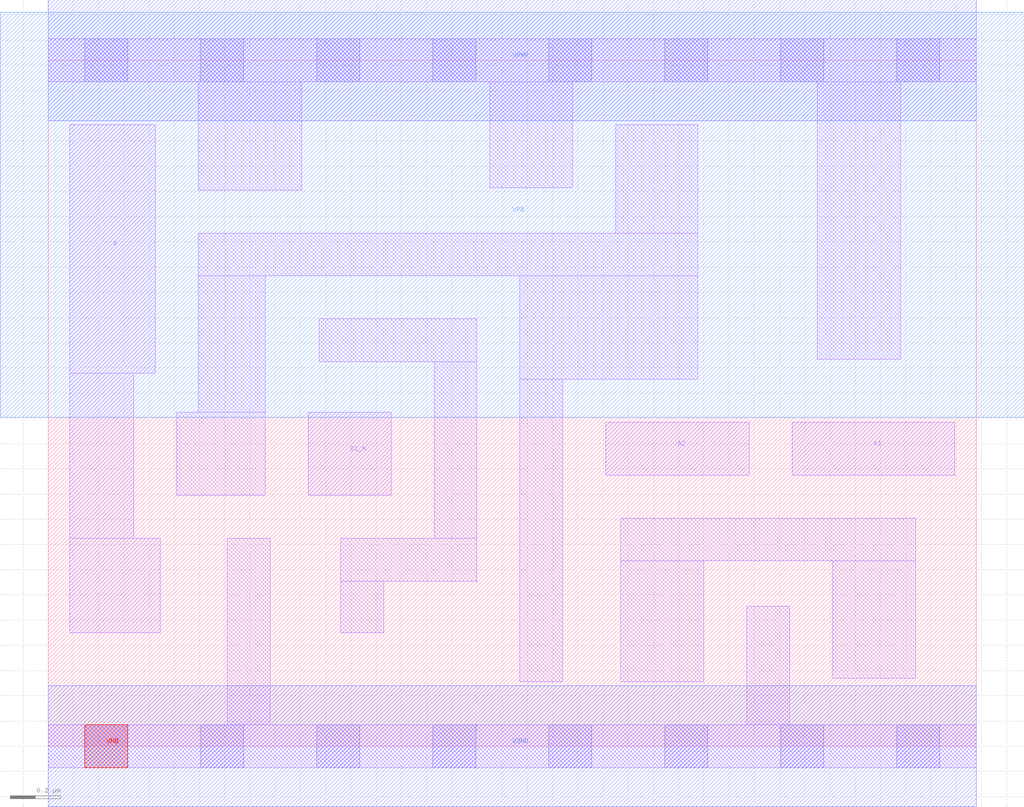
<source format=lef>
# Copyright 2020 The SkyWater PDK Authors
#
# Licensed under the Apache License, Version 2.0 (the "License");
# you may not use this file except in compliance with the License.
# You may obtain a copy of the License at
#
#     https://www.apache.org/licenses/LICENSE-2.0
#
# Unless required by applicable law or agreed to in writing, software
# distributed under the License is distributed on an "AS IS" BASIS,
# WITHOUT WARRANTIES OR CONDITIONS OF ANY KIND, either express or implied.
# See the License for the specific language governing permissions and
# limitations under the License.
#
# SPDX-License-Identifier: Apache-2.0

VERSION 5.7 ;
  NOWIREEXTENSIONATPIN ON ;
  DIVIDERCHAR "/" ;
  BUSBITCHARS "[]" ;
MACRO sky130_fd_sc_hd__o21ba_1
  CLASS CORE ;
  FOREIGN sky130_fd_sc_hd__o21ba_1 ;
  ORIGIN  0.000000  0.000000 ;
  SIZE  3.680000 BY  2.720000 ;
  SYMMETRY X Y R90 ;
  SITE unithd ;
  PIN A1
    ANTENNAGATEAREA  0.247500 ;
    DIRECTION INPUT ;
    USE SIGNAL ;
    PORT
      LAYER li1 ;
        RECT 2.950000 1.075000 3.595000 1.285000 ;
    END
  END A1
  PIN A2
    ANTENNAGATEAREA  0.247500 ;
    DIRECTION INPUT ;
    USE SIGNAL ;
    PORT
      LAYER li1 ;
        RECT 2.210000 1.075000 2.780000 1.285000 ;
    END
  END A2
  PIN B1_N
    ANTENNAGATEAREA  0.126000 ;
    DIRECTION INPUT ;
    USE SIGNAL ;
    PORT
      LAYER li1 ;
        RECT 1.030000 0.995000 1.360000 1.325000 ;
    END
  END B1_N
  PIN X
    ANTENNADIFFAREA  0.429000 ;
    DIRECTION OUTPUT ;
    USE SIGNAL ;
    PORT
      LAYER li1 ;
        RECT 0.085000 0.450000 0.445000 0.825000 ;
        RECT 0.085000 0.825000 0.340000 1.480000 ;
        RECT 0.085000 1.480000 0.425000 2.465000 ;
    END
  END X
  PIN VGND
    DIRECTION INOUT ;
    SHAPE ABUTMENT ;
    USE GROUND ;
    PORT
      LAYER met1 ;
        RECT 0.000000 -0.240000 3.680000 0.240000 ;
    END
  END VGND
  PIN VNB
    DIRECTION INOUT ;
    USE GROUND ;
    PORT
      LAYER pwell ;
        RECT 0.145000 -0.085000 0.315000 0.085000 ;
    END
  END VNB
  PIN VPB
    DIRECTION INOUT ;
    USE POWER ;
    PORT
      LAYER nwell ;
        RECT -0.190000 1.305000 3.870000 2.910000 ;
    END
  END VPB
  PIN VPWR
    DIRECTION INOUT ;
    SHAPE ABUTMENT ;
    USE POWER ;
    PORT
      LAYER met1 ;
        RECT 0.000000 2.480000 3.680000 2.960000 ;
    END
  END VPWR
  OBS
    LAYER li1 ;
      RECT 0.000000 -0.085000 3.680000 0.085000 ;
      RECT 0.000000  2.635000 3.680000 2.805000 ;
      RECT 0.510000  0.995000 0.860000 1.325000 ;
      RECT 0.595000  1.325000 0.860000 1.865000 ;
      RECT 0.595000  1.865000 2.575000 2.035000 ;
      RECT 0.595000  2.205000 1.005000 2.635000 ;
      RECT 0.710000  0.085000 0.880000 0.825000 ;
      RECT 1.075000  1.525000 1.700000 1.695000 ;
      RECT 1.160000  0.450000 1.330000 0.655000 ;
      RECT 1.160000  0.655000 1.700000 0.825000 ;
      RECT 1.530000  0.825000 1.700000 1.525000 ;
      RECT 1.750000  2.215000 2.080000 2.635000 ;
      RECT 1.870000  0.255000 2.040000 1.455000 ;
      RECT 1.870000  1.455000 2.575000 1.865000 ;
      RECT 2.250000  2.035000 2.575000 2.465000 ;
      RECT 2.270000  0.255000 2.600000 0.735000 ;
      RECT 2.270000  0.735000 3.440000 0.905000 ;
      RECT 2.770000  0.085000 2.940000 0.555000 ;
      RECT 3.050000  1.535000 3.380000 2.635000 ;
      RECT 3.110000  0.270000 3.440000 0.735000 ;
    LAYER mcon ;
      RECT 0.145000 -0.085000 0.315000 0.085000 ;
      RECT 0.145000  2.635000 0.315000 2.805000 ;
      RECT 0.605000 -0.085000 0.775000 0.085000 ;
      RECT 0.605000  2.635000 0.775000 2.805000 ;
      RECT 1.065000 -0.085000 1.235000 0.085000 ;
      RECT 1.065000  2.635000 1.235000 2.805000 ;
      RECT 1.525000 -0.085000 1.695000 0.085000 ;
      RECT 1.525000  2.635000 1.695000 2.805000 ;
      RECT 1.985000 -0.085000 2.155000 0.085000 ;
      RECT 1.985000  2.635000 2.155000 2.805000 ;
      RECT 2.445000 -0.085000 2.615000 0.085000 ;
      RECT 2.445000  2.635000 2.615000 2.805000 ;
      RECT 2.905000 -0.085000 3.075000 0.085000 ;
      RECT 2.905000  2.635000 3.075000 2.805000 ;
      RECT 3.365000 -0.085000 3.535000 0.085000 ;
      RECT 3.365000  2.635000 3.535000 2.805000 ;
  END
END sky130_fd_sc_hd__o21ba_1
END LIBRARY

</source>
